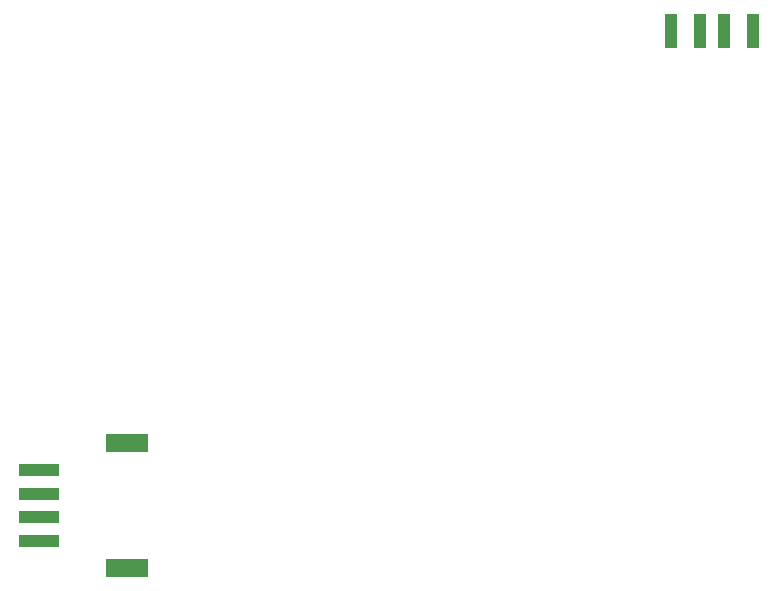
<source format=gbr>
%TF.GenerationSoftware,KiCad,Pcbnew,8.0.7-8.0.7-0~ubuntu22.04.1*%
%TF.CreationDate,2025-04-19T16:29:59-04:00*%
%TF.ProjectId,whackberry_mobo,77686163-6b62-4657-9272-795f6d6f626f,rev?*%
%TF.SameCoordinates,Original*%
%TF.FileFunction,Paste,Bot*%
%TF.FilePolarity,Positive*%
%FSLAX46Y46*%
G04 Gerber Fmt 4.6, Leading zero omitted, Abs format (unit mm)*
G04 Created by KiCad (PCBNEW 8.0.7-8.0.7-0~ubuntu22.04.1) date 2025-04-19 16:29:59*
%MOMM*%
%LPD*%
G01*
G04 APERTURE LIST*
%ADD10R,1.120000X2.880000*%
%ADD11R,3.400000X1.000000*%
%ADD12R,3.600000X1.500000*%
G04 APERTURE END LIST*
D10*
%TO.C,USB-A*%
X95500000Y-55360000D03*
X98000000Y-55360000D03*
X100000000Y-55360000D03*
X102500000Y-55360000D03*
%TD*%
D11*
%TO.C,GROVE*%
X42000000Y-92500000D03*
X42000000Y-94500000D03*
X42000000Y-96500000D03*
X42000000Y-98500000D03*
D12*
X49500000Y-90200000D03*
X49500000Y-100800000D03*
%TD*%
M02*

</source>
